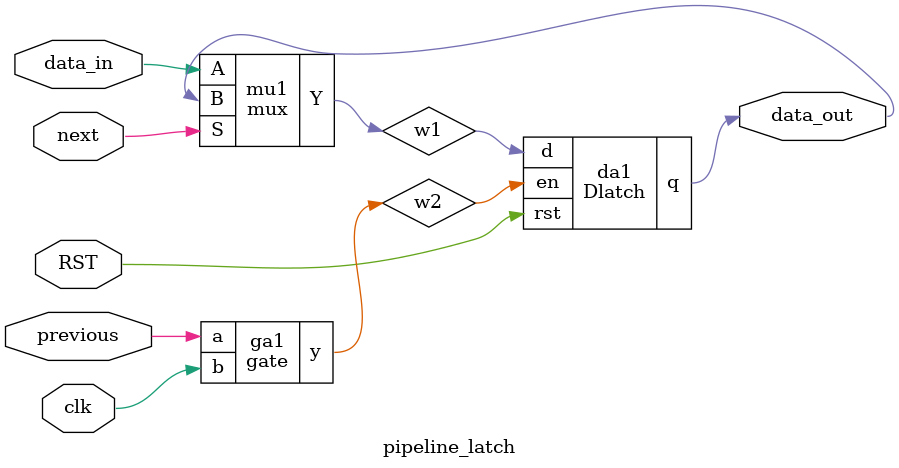
<source format=v>
module mux(A,B,S,Y);
input A,B,S;
output reg Y;
always@(A,B,S)
begin
Y=~S&A|S&B;
end 
endmodule
module Dlatch(d,en,rst,q);
input d;  
input en;  
input rst;
output reg q; 
always @(en or rst or d) 
if(rst)
 q <= 0; 
 else
 if(en)
 q<=d;
endmodule
module gate (y,a,b);
input a,b;
output y;
and a1 (y,a,b);
endmodule
module pipeline_latch(data_in,previous,clk,next,data_out,RST);
input data_in,previous,clk,next,RST;
output  reg data_out;
wire w1,w2;
mux mu1(data_in,data_out,next,w1);
gate ga1(w2,previous,clk);
Dlatch da1(w1,w2,RST,data_out);
endmodule


</source>
